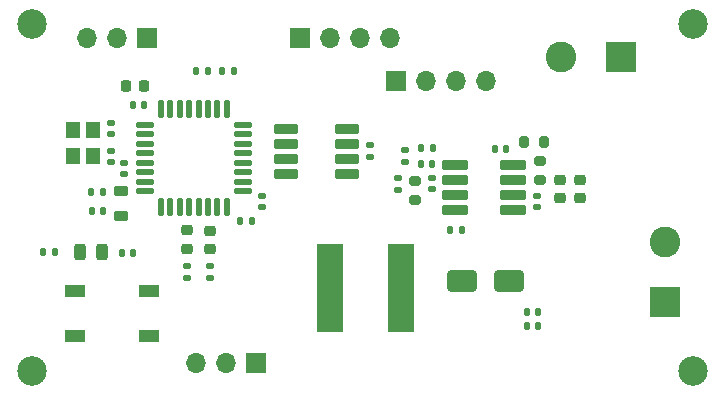
<source format=gbr>
%TF.GenerationSoftware,KiCad,Pcbnew,8.0.1*%
%TF.CreationDate,2024-11-21T12:07:33+07:00*%
%TF.ProjectId,Monitor,4d6f6e69-746f-4722-9e6b-696361645f70,rev?*%
%TF.SameCoordinates,Original*%
%TF.FileFunction,Soldermask,Top*%
%TF.FilePolarity,Negative*%
%FSLAX46Y46*%
G04 Gerber Fmt 4.6, Leading zero omitted, Abs format (unit mm)*
G04 Created by KiCad (PCBNEW 8.0.1) date 2024-11-21 12:07:33*
%MOMM*%
%LPD*%
G01*
G04 APERTURE LIST*
G04 Aperture macros list*
%AMRoundRect*
0 Rectangle with rounded corners*
0 $1 Rounding radius*
0 $2 $3 $4 $5 $6 $7 $8 $9 X,Y pos of 4 corners*
0 Add a 4 corners polygon primitive as box body*
4,1,4,$2,$3,$4,$5,$6,$7,$8,$9,$2,$3,0*
0 Add four circle primitives for the rounded corners*
1,1,$1+$1,$2,$3*
1,1,$1+$1,$4,$5*
1,1,$1+$1,$6,$7*
1,1,$1+$1,$8,$9*
0 Add four rect primitives between the rounded corners*
20,1,$1+$1,$2,$3,$4,$5,0*
20,1,$1+$1,$4,$5,$6,$7,0*
20,1,$1+$1,$6,$7,$8,$9,0*
20,1,$1+$1,$8,$9,$2,$3,0*%
G04 Aperture macros list end*
%ADD10R,2.600000X2.600000*%
%ADD11C,2.600000*%
%ADD12RoundRect,0.200000X0.200000X0.275000X-0.200000X0.275000X-0.200000X-0.275000X0.200000X-0.275000X0*%
%ADD13R,1.700000X1.700000*%
%ADD14O,1.700000X1.700000*%
%ADD15R,1.700000X1.000000*%
%ADD16RoundRect,0.140000X0.140000X0.170000X-0.140000X0.170000X-0.140000X-0.170000X0.140000X-0.170000X0*%
%ADD17RoundRect,0.125000X-0.625000X-0.125000X0.625000X-0.125000X0.625000X0.125000X-0.625000X0.125000X0*%
%ADD18RoundRect,0.125000X-0.125000X-0.625000X0.125000X-0.625000X0.125000X0.625000X-0.125000X0.625000X0*%
%ADD19RoundRect,0.140000X-0.170000X0.140000X-0.170000X-0.140000X0.170000X-0.140000X0.170000X0.140000X0*%
%ADD20RoundRect,0.135000X-0.185000X0.135000X-0.185000X-0.135000X0.185000X-0.135000X0.185000X0.135000X0*%
%ADD21RoundRect,0.140000X-0.140000X-0.170000X0.140000X-0.170000X0.140000X0.170000X-0.140000X0.170000X0*%
%ADD22RoundRect,0.218750X0.256250X-0.218750X0.256250X0.218750X-0.256250X0.218750X-0.256250X-0.218750X0*%
%ADD23RoundRect,0.099250X-0.877750X-0.297750X0.877750X-0.297750X0.877750X0.297750X-0.877750X0.297750X0*%
%ADD24RoundRect,0.135000X-0.135000X-0.185000X0.135000X-0.185000X0.135000X0.185000X-0.135000X0.185000X0*%
%ADD25RoundRect,0.200000X-0.275000X0.200000X-0.275000X-0.200000X0.275000X-0.200000X0.275000X0.200000X0*%
%ADD26RoundRect,0.100500X0.986500X0.301500X-0.986500X0.301500X-0.986500X-0.301500X0.986500X-0.301500X0*%
%ADD27RoundRect,0.135000X0.135000X0.185000X-0.135000X0.185000X-0.135000X-0.185000X0.135000X-0.185000X0*%
%ADD28C,2.500000*%
%ADD29RoundRect,0.243750X-0.243750X-0.456250X0.243750X-0.456250X0.243750X0.456250X-0.243750X0.456250X0*%
%ADD30RoundRect,0.225000X-0.225000X-0.250000X0.225000X-0.250000X0.225000X0.250000X-0.225000X0.250000X0*%
%ADD31RoundRect,0.140000X0.170000X-0.140000X0.170000X0.140000X-0.170000X0.140000X-0.170000X-0.140000X0*%
%ADD32RoundRect,0.225000X-0.250000X0.225000X-0.250000X-0.225000X0.250000X-0.225000X0.250000X0.225000X0*%
%ADD33RoundRect,0.250000X-1.000000X-0.650000X1.000000X-0.650000X1.000000X0.650000X-1.000000X0.650000X0*%
%ADD34RoundRect,0.218750X0.381250X-0.218750X0.381250X0.218750X-0.381250X0.218750X-0.381250X-0.218750X0*%
%ADD35R,2.200000X7.500000*%
%ADD36RoundRect,0.200000X0.275000X-0.200000X0.275000X0.200000X-0.275000X0.200000X-0.275000X-0.200000X0*%
%ADD37R,1.200000X1.400000*%
%ADD38RoundRect,0.135000X0.185000X-0.135000X0.185000X0.135000X-0.185000X0.135000X-0.185000X-0.135000X0*%
G04 APERTURE END LIST*
D10*
%TO.C,J2*%
X101145000Y-96595000D03*
D11*
X96065000Y-96595000D03*
%TD*%
D12*
%TO.C,R5*%
X94625000Y-103800000D03*
X92975000Y-103800000D03*
%TD*%
D13*
%TO.C,J5*%
X82120000Y-98700000D03*
D14*
X84660000Y-98700000D03*
X87200000Y-98700000D03*
X89740000Y-98700000D03*
%TD*%
D15*
%TO.C,SW1*%
X61220000Y-120220000D03*
X54920000Y-120220000D03*
X61220000Y-116420000D03*
X54920000Y-116420000D03*
%TD*%
D16*
%TO.C,C14*%
X87680000Y-111300000D03*
X86720000Y-111300000D03*
%TD*%
D17*
%TO.C,U1*%
X60825000Y-102375000D03*
X60825000Y-103175000D03*
X60825000Y-103975000D03*
X60825000Y-104775000D03*
X60825000Y-105575000D03*
X60825000Y-106375000D03*
X60825000Y-107175000D03*
X60825000Y-107975000D03*
D18*
X62200000Y-109350000D03*
X63000000Y-109350000D03*
X63800000Y-109350000D03*
X64600000Y-109350000D03*
X65400000Y-109350000D03*
X66200000Y-109350000D03*
X67000000Y-109350000D03*
X67800000Y-109350000D03*
D17*
X69175000Y-107975000D03*
X69175000Y-107175000D03*
X69175000Y-106375000D03*
X69175000Y-105575000D03*
X69175000Y-104775000D03*
X69175000Y-103975000D03*
X69175000Y-103175000D03*
X69175000Y-102375000D03*
D18*
X67800000Y-101000000D03*
X67000000Y-101000000D03*
X66200000Y-101000000D03*
X65400000Y-101000000D03*
X64600000Y-101000000D03*
X63800000Y-101000000D03*
X63000000Y-101000000D03*
X62200000Y-101000000D03*
%TD*%
D19*
%TO.C,C4*%
X70800000Y-108400000D03*
X70800000Y-109360000D03*
%TD*%
D13*
%TO.C,J6*%
X74000000Y-95000000D03*
D14*
X76540000Y-95000000D03*
X79080000Y-95000000D03*
X81620000Y-95000000D03*
%TD*%
D20*
%TO.C,R10*%
X82300000Y-106900000D03*
X82300000Y-107920000D03*
%TD*%
D16*
%TO.C,C19*%
X69900000Y-110500000D03*
X68940000Y-110500000D03*
%TD*%
D21*
%TO.C,C2*%
X58920000Y-113200000D03*
X59880000Y-113200000D03*
%TD*%
D22*
%TO.C,D2*%
X66400000Y-112900000D03*
X66400000Y-111325000D03*
%TD*%
D20*
%TO.C,R3*%
X66400000Y-114300000D03*
X66400000Y-115320000D03*
%TD*%
D23*
%TO.C,U3*%
X72830000Y-102700000D03*
X72830000Y-103970000D03*
X72830000Y-105240000D03*
X72830000Y-106510000D03*
X78000000Y-106510000D03*
X78000000Y-105240000D03*
X78000000Y-103970000D03*
X78000000Y-102700000D03*
%TD*%
D24*
%TO.C,R9*%
X84190000Y-104300000D03*
X85210000Y-104300000D03*
%TD*%
D19*
%TO.C,C5*%
X58000000Y-104600000D03*
X58000000Y-105560000D03*
%TD*%
D25*
%TO.C,R7*%
X83700000Y-107100000D03*
X83700000Y-108750000D03*
%TD*%
D26*
%TO.C,U2*%
X92040000Y-109610000D03*
X92040000Y-108340000D03*
X92040000Y-107070000D03*
X92040000Y-105800000D03*
X87100000Y-105800000D03*
X87100000Y-107070000D03*
X87100000Y-108340000D03*
X87100000Y-109610000D03*
%TD*%
D27*
%TO.C,R11*%
X66210000Y-97800000D03*
X65190000Y-97800000D03*
%TD*%
D21*
%TO.C,C17*%
X93200000Y-118200000D03*
X94160000Y-118200000D03*
%TD*%
D13*
%TO.C,J1*%
X61025000Y-95000000D03*
D14*
X58485000Y-95000000D03*
X55945000Y-95000000D03*
%TD*%
D27*
%TO.C,R13*%
X53210000Y-113100000D03*
X52190000Y-113100000D03*
%TD*%
D28*
%TO.C,H3*%
X107300000Y-93800000D03*
%TD*%
D19*
%TO.C,C12*%
X94040000Y-108400000D03*
X94040000Y-109360000D03*
%TD*%
D29*
%TO.C,D3*%
X55375000Y-113100000D03*
X57250000Y-113100000D03*
%TD*%
D13*
%TO.C,J3*%
X70240000Y-122500000D03*
D14*
X67700000Y-122500000D03*
X65160000Y-122500000D03*
%TD*%
D19*
%TO.C,C16*%
X85140000Y-106850000D03*
X85140000Y-107810000D03*
%TD*%
D30*
%TO.C,C1*%
X59250000Y-99100000D03*
X60800000Y-99100000D03*
%TD*%
D28*
%TO.C,H1*%
X51300000Y-93800000D03*
%TD*%
D21*
%TO.C,C6*%
X59820000Y-100700000D03*
X60780000Y-100700000D03*
%TD*%
D31*
%TO.C,C7*%
X59100000Y-106560000D03*
X59100000Y-105600000D03*
%TD*%
D16*
%TO.C,C9*%
X57300000Y-109675000D03*
X56340000Y-109675000D03*
%TD*%
%TO.C,C8*%
X57280000Y-108075000D03*
X56320000Y-108075000D03*
%TD*%
D28*
%TO.C,H2*%
X51300000Y-123200000D03*
%TD*%
D22*
%TO.C,D1*%
X64400000Y-112875000D03*
X64400000Y-111300000D03*
%TD*%
D21*
%TO.C,C13*%
X90500000Y-104400000D03*
X91460000Y-104400000D03*
%TD*%
D28*
%TO.C,H4*%
X107300000Y-123200000D03*
%TD*%
D32*
%TO.C,C11*%
X96000000Y-107060000D03*
X96000000Y-108610000D03*
%TD*%
D10*
%TO.C,J4*%
X104905000Y-117345000D03*
D11*
X104905000Y-112265000D03*
%TD*%
D20*
%TO.C,R2*%
X64400000Y-114300000D03*
X64400000Y-115320000D03*
%TD*%
D19*
%TO.C,C3*%
X58000000Y-102200000D03*
X58000000Y-103160000D03*
%TD*%
D24*
%TO.C,R12*%
X67380000Y-97800000D03*
X68400000Y-97800000D03*
%TD*%
D33*
%TO.C,D4*%
X87700000Y-115600000D03*
X91700000Y-115600000D03*
%TD*%
D32*
%TO.C,C10*%
X97700000Y-107060000D03*
X97700000Y-108610000D03*
%TD*%
D34*
%TO.C,FB1*%
X58800000Y-110062500D03*
X58800000Y-107937500D03*
%TD*%
D20*
%TO.C,R6*%
X79930000Y-104090000D03*
X79930000Y-105110000D03*
%TD*%
D35*
%TO.C,L1*%
X82500000Y-116200000D03*
X76500000Y-116200000D03*
%TD*%
D36*
%TO.C,R4*%
X94300000Y-107050000D03*
X94300000Y-105400000D03*
%TD*%
D37*
%TO.C,Y1*%
X54800000Y-102800000D03*
X54800000Y-105000000D03*
X56500000Y-105000000D03*
X56500000Y-102800000D03*
%TD*%
D21*
%TO.C,C18*%
X93200000Y-119400000D03*
X94160000Y-119400000D03*
%TD*%
D38*
%TO.C,R8*%
X82900000Y-105510000D03*
X82900000Y-104490000D03*
%TD*%
D16*
%TO.C,C15*%
X85180000Y-105700000D03*
X84220000Y-105700000D03*
%TD*%
M02*

</source>
